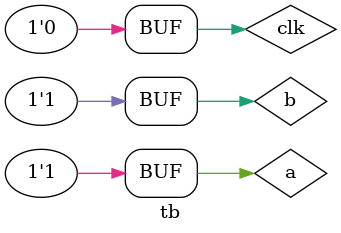
<source format=sv>
module tb();
  logic clk;
  logic a,b,x,y,z;

  // instantiate device to be tested
  hw dut(a,b,x,y,z);
  
  // generate clock
  always
    begin
      clk = 1; #5; clk = 0; #5;
    end
  
  // generate input sequence
  initial
    begin
      a = 0; b = 0; 
      #10;
      a = 0; b = 1; 
      #10;
      a = 1; b = 0; 
      #10;
      a = 1; b = 1; 
      #10;
      // $stop;
    end
endmodule

</source>
